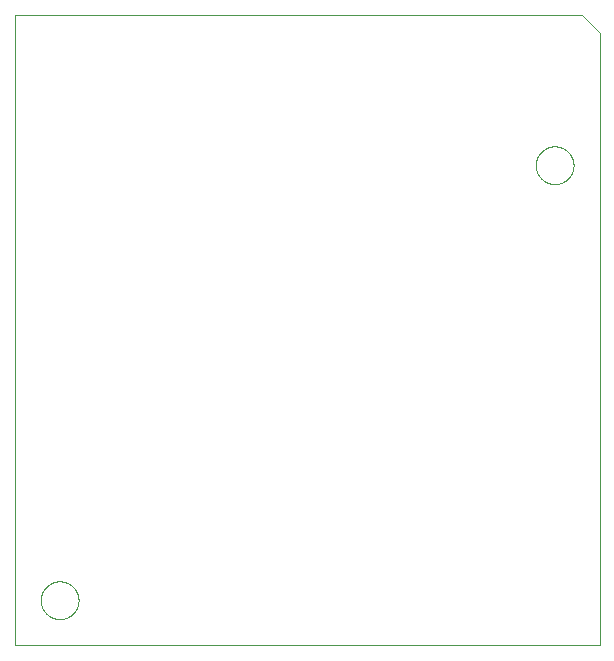
<source format=gko>
G75*
%MOIN*%
%OFA0B0*%
%FSLAX25Y25*%
%IPPOS*%
%LPD*%
%AMOC8*
5,1,8,0,0,1.08239X$1,22.5*
%
%ADD10C,0.00000*%
D10*
X0005000Y0005000D02*
X0005000Y0215000D01*
X0194000Y0215000D01*
X0200000Y0209000D01*
X0200000Y0005000D01*
X0005000Y0005000D01*
X0005000Y0214961D01*
X0178701Y0165000D02*
X0178703Y0165158D01*
X0178709Y0165316D01*
X0178719Y0165474D01*
X0178733Y0165632D01*
X0178751Y0165789D01*
X0178772Y0165946D01*
X0178798Y0166102D01*
X0178828Y0166258D01*
X0178861Y0166413D01*
X0178899Y0166566D01*
X0178940Y0166719D01*
X0178985Y0166871D01*
X0179034Y0167022D01*
X0179087Y0167171D01*
X0179143Y0167319D01*
X0179203Y0167465D01*
X0179267Y0167610D01*
X0179335Y0167753D01*
X0179406Y0167895D01*
X0179480Y0168035D01*
X0179558Y0168172D01*
X0179640Y0168308D01*
X0179724Y0168442D01*
X0179813Y0168573D01*
X0179904Y0168702D01*
X0179999Y0168829D01*
X0180096Y0168954D01*
X0180197Y0169076D01*
X0180301Y0169195D01*
X0180408Y0169312D01*
X0180518Y0169426D01*
X0180631Y0169537D01*
X0180746Y0169646D01*
X0180864Y0169751D01*
X0180985Y0169853D01*
X0181108Y0169953D01*
X0181234Y0170049D01*
X0181362Y0170142D01*
X0181492Y0170232D01*
X0181625Y0170318D01*
X0181760Y0170402D01*
X0181896Y0170481D01*
X0182035Y0170558D01*
X0182176Y0170630D01*
X0182318Y0170700D01*
X0182462Y0170765D01*
X0182608Y0170827D01*
X0182755Y0170885D01*
X0182904Y0170940D01*
X0183054Y0170991D01*
X0183205Y0171038D01*
X0183357Y0171081D01*
X0183510Y0171120D01*
X0183665Y0171156D01*
X0183820Y0171187D01*
X0183976Y0171215D01*
X0184132Y0171239D01*
X0184289Y0171259D01*
X0184447Y0171275D01*
X0184604Y0171287D01*
X0184763Y0171295D01*
X0184921Y0171299D01*
X0185079Y0171299D01*
X0185237Y0171295D01*
X0185396Y0171287D01*
X0185553Y0171275D01*
X0185711Y0171259D01*
X0185868Y0171239D01*
X0186024Y0171215D01*
X0186180Y0171187D01*
X0186335Y0171156D01*
X0186490Y0171120D01*
X0186643Y0171081D01*
X0186795Y0171038D01*
X0186946Y0170991D01*
X0187096Y0170940D01*
X0187245Y0170885D01*
X0187392Y0170827D01*
X0187538Y0170765D01*
X0187682Y0170700D01*
X0187824Y0170630D01*
X0187965Y0170558D01*
X0188104Y0170481D01*
X0188240Y0170402D01*
X0188375Y0170318D01*
X0188508Y0170232D01*
X0188638Y0170142D01*
X0188766Y0170049D01*
X0188892Y0169953D01*
X0189015Y0169853D01*
X0189136Y0169751D01*
X0189254Y0169646D01*
X0189369Y0169537D01*
X0189482Y0169426D01*
X0189592Y0169312D01*
X0189699Y0169195D01*
X0189803Y0169076D01*
X0189904Y0168954D01*
X0190001Y0168829D01*
X0190096Y0168702D01*
X0190187Y0168573D01*
X0190276Y0168442D01*
X0190360Y0168308D01*
X0190442Y0168172D01*
X0190520Y0168035D01*
X0190594Y0167895D01*
X0190665Y0167753D01*
X0190733Y0167610D01*
X0190797Y0167465D01*
X0190857Y0167319D01*
X0190913Y0167171D01*
X0190966Y0167022D01*
X0191015Y0166871D01*
X0191060Y0166719D01*
X0191101Y0166566D01*
X0191139Y0166413D01*
X0191172Y0166258D01*
X0191202Y0166102D01*
X0191228Y0165946D01*
X0191249Y0165789D01*
X0191267Y0165632D01*
X0191281Y0165474D01*
X0191291Y0165316D01*
X0191297Y0165158D01*
X0191299Y0165000D01*
X0191297Y0164842D01*
X0191291Y0164684D01*
X0191281Y0164526D01*
X0191267Y0164368D01*
X0191249Y0164211D01*
X0191228Y0164054D01*
X0191202Y0163898D01*
X0191172Y0163742D01*
X0191139Y0163587D01*
X0191101Y0163434D01*
X0191060Y0163281D01*
X0191015Y0163129D01*
X0190966Y0162978D01*
X0190913Y0162829D01*
X0190857Y0162681D01*
X0190797Y0162535D01*
X0190733Y0162390D01*
X0190665Y0162247D01*
X0190594Y0162105D01*
X0190520Y0161965D01*
X0190442Y0161828D01*
X0190360Y0161692D01*
X0190276Y0161558D01*
X0190187Y0161427D01*
X0190096Y0161298D01*
X0190001Y0161171D01*
X0189904Y0161046D01*
X0189803Y0160924D01*
X0189699Y0160805D01*
X0189592Y0160688D01*
X0189482Y0160574D01*
X0189369Y0160463D01*
X0189254Y0160354D01*
X0189136Y0160249D01*
X0189015Y0160147D01*
X0188892Y0160047D01*
X0188766Y0159951D01*
X0188638Y0159858D01*
X0188508Y0159768D01*
X0188375Y0159682D01*
X0188240Y0159598D01*
X0188104Y0159519D01*
X0187965Y0159442D01*
X0187824Y0159370D01*
X0187682Y0159300D01*
X0187538Y0159235D01*
X0187392Y0159173D01*
X0187245Y0159115D01*
X0187096Y0159060D01*
X0186946Y0159009D01*
X0186795Y0158962D01*
X0186643Y0158919D01*
X0186490Y0158880D01*
X0186335Y0158844D01*
X0186180Y0158813D01*
X0186024Y0158785D01*
X0185868Y0158761D01*
X0185711Y0158741D01*
X0185553Y0158725D01*
X0185396Y0158713D01*
X0185237Y0158705D01*
X0185079Y0158701D01*
X0184921Y0158701D01*
X0184763Y0158705D01*
X0184604Y0158713D01*
X0184447Y0158725D01*
X0184289Y0158741D01*
X0184132Y0158761D01*
X0183976Y0158785D01*
X0183820Y0158813D01*
X0183665Y0158844D01*
X0183510Y0158880D01*
X0183357Y0158919D01*
X0183205Y0158962D01*
X0183054Y0159009D01*
X0182904Y0159060D01*
X0182755Y0159115D01*
X0182608Y0159173D01*
X0182462Y0159235D01*
X0182318Y0159300D01*
X0182176Y0159370D01*
X0182035Y0159442D01*
X0181896Y0159519D01*
X0181760Y0159598D01*
X0181625Y0159682D01*
X0181492Y0159768D01*
X0181362Y0159858D01*
X0181234Y0159951D01*
X0181108Y0160047D01*
X0180985Y0160147D01*
X0180864Y0160249D01*
X0180746Y0160354D01*
X0180631Y0160463D01*
X0180518Y0160574D01*
X0180408Y0160688D01*
X0180301Y0160805D01*
X0180197Y0160924D01*
X0180096Y0161046D01*
X0179999Y0161171D01*
X0179904Y0161298D01*
X0179813Y0161427D01*
X0179724Y0161558D01*
X0179640Y0161692D01*
X0179558Y0161828D01*
X0179480Y0161965D01*
X0179406Y0162105D01*
X0179335Y0162247D01*
X0179267Y0162390D01*
X0179203Y0162535D01*
X0179143Y0162681D01*
X0179087Y0162829D01*
X0179034Y0162978D01*
X0178985Y0163129D01*
X0178940Y0163281D01*
X0178899Y0163434D01*
X0178861Y0163587D01*
X0178828Y0163742D01*
X0178798Y0163898D01*
X0178772Y0164054D01*
X0178751Y0164211D01*
X0178733Y0164368D01*
X0178719Y0164526D01*
X0178709Y0164684D01*
X0178703Y0164842D01*
X0178701Y0165000D01*
X0198701Y0005000D02*
X0005000Y0005000D01*
X0013701Y0020000D02*
X0013703Y0020158D01*
X0013709Y0020316D01*
X0013719Y0020474D01*
X0013733Y0020632D01*
X0013751Y0020789D01*
X0013772Y0020946D01*
X0013798Y0021102D01*
X0013828Y0021258D01*
X0013861Y0021413D01*
X0013899Y0021566D01*
X0013940Y0021719D01*
X0013985Y0021871D01*
X0014034Y0022022D01*
X0014087Y0022171D01*
X0014143Y0022319D01*
X0014203Y0022465D01*
X0014267Y0022610D01*
X0014335Y0022753D01*
X0014406Y0022895D01*
X0014480Y0023035D01*
X0014558Y0023172D01*
X0014640Y0023308D01*
X0014724Y0023442D01*
X0014813Y0023573D01*
X0014904Y0023702D01*
X0014999Y0023829D01*
X0015096Y0023954D01*
X0015197Y0024076D01*
X0015301Y0024195D01*
X0015408Y0024312D01*
X0015518Y0024426D01*
X0015631Y0024537D01*
X0015746Y0024646D01*
X0015864Y0024751D01*
X0015985Y0024853D01*
X0016108Y0024953D01*
X0016234Y0025049D01*
X0016362Y0025142D01*
X0016492Y0025232D01*
X0016625Y0025318D01*
X0016760Y0025402D01*
X0016896Y0025481D01*
X0017035Y0025558D01*
X0017176Y0025630D01*
X0017318Y0025700D01*
X0017462Y0025765D01*
X0017608Y0025827D01*
X0017755Y0025885D01*
X0017904Y0025940D01*
X0018054Y0025991D01*
X0018205Y0026038D01*
X0018357Y0026081D01*
X0018510Y0026120D01*
X0018665Y0026156D01*
X0018820Y0026187D01*
X0018976Y0026215D01*
X0019132Y0026239D01*
X0019289Y0026259D01*
X0019447Y0026275D01*
X0019604Y0026287D01*
X0019763Y0026295D01*
X0019921Y0026299D01*
X0020079Y0026299D01*
X0020237Y0026295D01*
X0020396Y0026287D01*
X0020553Y0026275D01*
X0020711Y0026259D01*
X0020868Y0026239D01*
X0021024Y0026215D01*
X0021180Y0026187D01*
X0021335Y0026156D01*
X0021490Y0026120D01*
X0021643Y0026081D01*
X0021795Y0026038D01*
X0021946Y0025991D01*
X0022096Y0025940D01*
X0022245Y0025885D01*
X0022392Y0025827D01*
X0022538Y0025765D01*
X0022682Y0025700D01*
X0022824Y0025630D01*
X0022965Y0025558D01*
X0023104Y0025481D01*
X0023240Y0025402D01*
X0023375Y0025318D01*
X0023508Y0025232D01*
X0023638Y0025142D01*
X0023766Y0025049D01*
X0023892Y0024953D01*
X0024015Y0024853D01*
X0024136Y0024751D01*
X0024254Y0024646D01*
X0024369Y0024537D01*
X0024482Y0024426D01*
X0024592Y0024312D01*
X0024699Y0024195D01*
X0024803Y0024076D01*
X0024904Y0023954D01*
X0025001Y0023829D01*
X0025096Y0023702D01*
X0025187Y0023573D01*
X0025276Y0023442D01*
X0025360Y0023308D01*
X0025442Y0023172D01*
X0025520Y0023035D01*
X0025594Y0022895D01*
X0025665Y0022753D01*
X0025733Y0022610D01*
X0025797Y0022465D01*
X0025857Y0022319D01*
X0025913Y0022171D01*
X0025966Y0022022D01*
X0026015Y0021871D01*
X0026060Y0021719D01*
X0026101Y0021566D01*
X0026139Y0021413D01*
X0026172Y0021258D01*
X0026202Y0021102D01*
X0026228Y0020946D01*
X0026249Y0020789D01*
X0026267Y0020632D01*
X0026281Y0020474D01*
X0026291Y0020316D01*
X0026297Y0020158D01*
X0026299Y0020000D01*
X0026297Y0019842D01*
X0026291Y0019684D01*
X0026281Y0019526D01*
X0026267Y0019368D01*
X0026249Y0019211D01*
X0026228Y0019054D01*
X0026202Y0018898D01*
X0026172Y0018742D01*
X0026139Y0018587D01*
X0026101Y0018434D01*
X0026060Y0018281D01*
X0026015Y0018129D01*
X0025966Y0017978D01*
X0025913Y0017829D01*
X0025857Y0017681D01*
X0025797Y0017535D01*
X0025733Y0017390D01*
X0025665Y0017247D01*
X0025594Y0017105D01*
X0025520Y0016965D01*
X0025442Y0016828D01*
X0025360Y0016692D01*
X0025276Y0016558D01*
X0025187Y0016427D01*
X0025096Y0016298D01*
X0025001Y0016171D01*
X0024904Y0016046D01*
X0024803Y0015924D01*
X0024699Y0015805D01*
X0024592Y0015688D01*
X0024482Y0015574D01*
X0024369Y0015463D01*
X0024254Y0015354D01*
X0024136Y0015249D01*
X0024015Y0015147D01*
X0023892Y0015047D01*
X0023766Y0014951D01*
X0023638Y0014858D01*
X0023508Y0014768D01*
X0023375Y0014682D01*
X0023240Y0014598D01*
X0023104Y0014519D01*
X0022965Y0014442D01*
X0022824Y0014370D01*
X0022682Y0014300D01*
X0022538Y0014235D01*
X0022392Y0014173D01*
X0022245Y0014115D01*
X0022096Y0014060D01*
X0021946Y0014009D01*
X0021795Y0013962D01*
X0021643Y0013919D01*
X0021490Y0013880D01*
X0021335Y0013844D01*
X0021180Y0013813D01*
X0021024Y0013785D01*
X0020868Y0013761D01*
X0020711Y0013741D01*
X0020553Y0013725D01*
X0020396Y0013713D01*
X0020237Y0013705D01*
X0020079Y0013701D01*
X0019921Y0013701D01*
X0019763Y0013705D01*
X0019604Y0013713D01*
X0019447Y0013725D01*
X0019289Y0013741D01*
X0019132Y0013761D01*
X0018976Y0013785D01*
X0018820Y0013813D01*
X0018665Y0013844D01*
X0018510Y0013880D01*
X0018357Y0013919D01*
X0018205Y0013962D01*
X0018054Y0014009D01*
X0017904Y0014060D01*
X0017755Y0014115D01*
X0017608Y0014173D01*
X0017462Y0014235D01*
X0017318Y0014300D01*
X0017176Y0014370D01*
X0017035Y0014442D01*
X0016896Y0014519D01*
X0016760Y0014598D01*
X0016625Y0014682D01*
X0016492Y0014768D01*
X0016362Y0014858D01*
X0016234Y0014951D01*
X0016108Y0015047D01*
X0015985Y0015147D01*
X0015864Y0015249D01*
X0015746Y0015354D01*
X0015631Y0015463D01*
X0015518Y0015574D01*
X0015408Y0015688D01*
X0015301Y0015805D01*
X0015197Y0015924D01*
X0015096Y0016046D01*
X0014999Y0016171D01*
X0014904Y0016298D01*
X0014813Y0016427D01*
X0014724Y0016558D01*
X0014640Y0016692D01*
X0014558Y0016828D01*
X0014480Y0016965D01*
X0014406Y0017105D01*
X0014335Y0017247D01*
X0014267Y0017390D01*
X0014203Y0017535D01*
X0014143Y0017681D01*
X0014087Y0017829D01*
X0014034Y0017978D01*
X0013985Y0018129D01*
X0013940Y0018281D01*
X0013899Y0018434D01*
X0013861Y0018587D01*
X0013828Y0018742D01*
X0013798Y0018898D01*
X0013772Y0019054D01*
X0013751Y0019211D01*
X0013733Y0019368D01*
X0013719Y0019526D01*
X0013709Y0019684D01*
X0013703Y0019842D01*
X0013701Y0020000D01*
M02*

</source>
